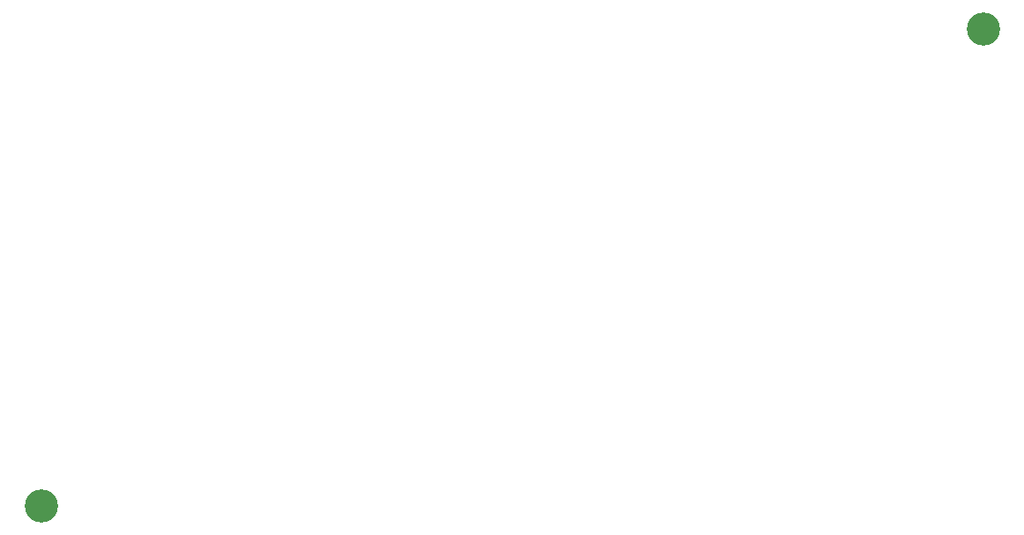
<source format=gbr>
%TF.GenerationSoftware,Altium Limited,Altium Designer,20.1.12 (249)*%
G04 Layer_Color=0*
%FSLAX26Y26*%
%MOIN*%
%TF.SameCoordinates,01E7709E-0BC1-400C-968F-F7AE8F8D3573*%
%TF.FilePolarity,Positive*%
%TF.FileFunction,NonPlated,1,4,NPTH,Drill*%
%TF.Part,Single*%
G01*
G75*
%TA.AperFunction,OtherDrill,Pad Free-3 (3700mil,1950mil)*%
%ADD79C,0.125984*%
%TA.AperFunction,OtherDrill,Pad Free-2 (135mil,145mil)*%
%ADD80C,0.125984*%
D79*
X3700000Y1950000D02*
D03*
D80*
X135000Y145000D02*
D03*
%TF.MD5,3455922a07397b5270e29f3e59958ad2*%
M02*

</source>
